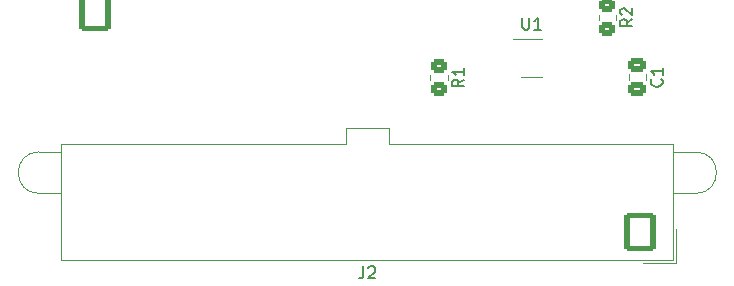
<source format=gto>
%TF.GenerationSoftware,KiCad,Pcbnew,7.0.11*%
%TF.CreationDate,2024-08-14T14:47:57+09:00*%
%TF.ProjectId,mac_psu_atx_adapter,6d61635f-7073-4755-9f61-74785f616461,rev?*%
%TF.SameCoordinates,Original*%
%TF.FileFunction,Legend,Top*%
%TF.FilePolarity,Positive*%
%FSLAX46Y46*%
G04 Gerber Fmt 4.6, Leading zero omitted, Abs format (unit mm)*
G04 Created by KiCad (PCBNEW 7.0.11) date 2024-08-14 14:47:57*
%MOMM*%
%LPD*%
G01*
G04 APERTURE LIST*
G04 Aperture macros list*
%AMRoundRect*
0 Rectangle with rounded corners*
0 $1 Rounding radius*
0 $2 $3 $4 $5 $6 $7 $8 $9 X,Y pos of 4 corners*
0 Add a 4 corners polygon primitive as box body*
4,1,4,$2,$3,$4,$5,$6,$7,$8,$9,$2,$3,0*
0 Add four circle primitives for the rounded corners*
1,1,$1+$1,$2,$3*
1,1,$1+$1,$4,$5*
1,1,$1+$1,$6,$7*
1,1,$1+$1,$8,$9*
0 Add four rect primitives between the rounded corners*
20,1,$1+$1,$2,$3,$4,$5,0*
20,1,$1+$1,$4,$5,$6,$7,0*
20,1,$1+$1,$6,$7,$8,$9,0*
20,1,$1+$1,$8,$9,$2,$3,0*%
G04 Aperture macros list end*
%ADD10C,0.150000*%
%ADD11C,0.120000*%
%ADD12RoundRect,0.250000X-0.475000X0.337500X-0.475000X-0.337500X0.475000X-0.337500X0.475000X0.337500X0*%
%ADD13C,3.000000*%
%ADD14RoundRect,0.250001X1.099999X1.399999X-1.099999X1.399999X-1.099999X-1.399999X1.099999X-1.399999X0*%
%ADD15O,2.700000X3.300000*%
%ADD16RoundRect,0.250000X-0.450000X0.350000X-0.450000X-0.350000X0.450000X-0.350000X0.450000X0.350000X0*%
%ADD17R,1.560000X0.650000*%
G04 APERTURE END LIST*
D10*
X167139580Y-94146666D02*
X167187200Y-94194285D01*
X167187200Y-94194285D02*
X167234819Y-94337142D01*
X167234819Y-94337142D02*
X167234819Y-94432380D01*
X167234819Y-94432380D02*
X167187200Y-94575237D01*
X167187200Y-94575237D02*
X167091961Y-94670475D01*
X167091961Y-94670475D02*
X166996723Y-94718094D01*
X166996723Y-94718094D02*
X166806247Y-94765713D01*
X166806247Y-94765713D02*
X166663390Y-94765713D01*
X166663390Y-94765713D02*
X166472914Y-94718094D01*
X166472914Y-94718094D02*
X166377676Y-94670475D01*
X166377676Y-94670475D02*
X166282438Y-94575237D01*
X166282438Y-94575237D02*
X166234819Y-94432380D01*
X166234819Y-94432380D02*
X166234819Y-94337142D01*
X166234819Y-94337142D02*
X166282438Y-94194285D01*
X166282438Y-94194285D02*
X166330057Y-94146666D01*
X167234819Y-93194285D02*
X167234819Y-93765713D01*
X167234819Y-93479999D02*
X166234819Y-93479999D01*
X166234819Y-93479999D02*
X166377676Y-93575237D01*
X166377676Y-93575237D02*
X166472914Y-93670475D01*
X166472914Y-93670475D02*
X166520533Y-93765713D01*
X141906666Y-110004819D02*
X141906666Y-110719104D01*
X141906666Y-110719104D02*
X141859047Y-110861961D01*
X141859047Y-110861961D02*
X141763809Y-110957200D01*
X141763809Y-110957200D02*
X141620952Y-111004819D01*
X141620952Y-111004819D02*
X141525714Y-111004819D01*
X142335238Y-110100057D02*
X142382857Y-110052438D01*
X142382857Y-110052438D02*
X142478095Y-110004819D01*
X142478095Y-110004819D02*
X142716190Y-110004819D01*
X142716190Y-110004819D02*
X142811428Y-110052438D01*
X142811428Y-110052438D02*
X142859047Y-110100057D01*
X142859047Y-110100057D02*
X142906666Y-110195295D01*
X142906666Y-110195295D02*
X142906666Y-110290533D01*
X142906666Y-110290533D02*
X142859047Y-110433390D01*
X142859047Y-110433390D02*
X142287619Y-111004819D01*
X142287619Y-111004819D02*
X142906666Y-111004819D01*
X150424819Y-94176666D02*
X149948628Y-94509999D01*
X150424819Y-94748094D02*
X149424819Y-94748094D01*
X149424819Y-94748094D02*
X149424819Y-94367142D01*
X149424819Y-94367142D02*
X149472438Y-94271904D01*
X149472438Y-94271904D02*
X149520057Y-94224285D01*
X149520057Y-94224285D02*
X149615295Y-94176666D01*
X149615295Y-94176666D02*
X149758152Y-94176666D01*
X149758152Y-94176666D02*
X149853390Y-94224285D01*
X149853390Y-94224285D02*
X149901009Y-94271904D01*
X149901009Y-94271904D02*
X149948628Y-94367142D01*
X149948628Y-94367142D02*
X149948628Y-94748094D01*
X150424819Y-93224285D02*
X150424819Y-93795713D01*
X150424819Y-93509999D02*
X149424819Y-93509999D01*
X149424819Y-93509999D02*
X149567676Y-93605237D01*
X149567676Y-93605237D02*
X149662914Y-93700475D01*
X149662914Y-93700475D02*
X149710533Y-93795713D01*
X164664819Y-89066666D02*
X164188628Y-89399999D01*
X164664819Y-89638094D02*
X163664819Y-89638094D01*
X163664819Y-89638094D02*
X163664819Y-89257142D01*
X163664819Y-89257142D02*
X163712438Y-89161904D01*
X163712438Y-89161904D02*
X163760057Y-89114285D01*
X163760057Y-89114285D02*
X163855295Y-89066666D01*
X163855295Y-89066666D02*
X163998152Y-89066666D01*
X163998152Y-89066666D02*
X164093390Y-89114285D01*
X164093390Y-89114285D02*
X164141009Y-89161904D01*
X164141009Y-89161904D02*
X164188628Y-89257142D01*
X164188628Y-89257142D02*
X164188628Y-89638094D01*
X163760057Y-88685713D02*
X163712438Y-88638094D01*
X163712438Y-88638094D02*
X163664819Y-88542856D01*
X163664819Y-88542856D02*
X163664819Y-88304761D01*
X163664819Y-88304761D02*
X163712438Y-88209523D01*
X163712438Y-88209523D02*
X163760057Y-88161904D01*
X163760057Y-88161904D02*
X163855295Y-88114285D01*
X163855295Y-88114285D02*
X163950533Y-88114285D01*
X163950533Y-88114285D02*
X164093390Y-88161904D01*
X164093390Y-88161904D02*
X164664819Y-88733332D01*
X164664819Y-88733332D02*
X164664819Y-88114285D01*
X155368095Y-88944819D02*
X155368095Y-89754342D01*
X155368095Y-89754342D02*
X155415714Y-89849580D01*
X155415714Y-89849580D02*
X155463333Y-89897200D01*
X155463333Y-89897200D02*
X155558571Y-89944819D01*
X155558571Y-89944819D02*
X155749047Y-89944819D01*
X155749047Y-89944819D02*
X155844285Y-89897200D01*
X155844285Y-89897200D02*
X155891904Y-89849580D01*
X155891904Y-89849580D02*
X155939523Y-89754342D01*
X155939523Y-89754342D02*
X155939523Y-88944819D01*
X156939523Y-89944819D02*
X156368095Y-89944819D01*
X156653809Y-89944819D02*
X156653809Y-88944819D01*
X156653809Y-88944819D02*
X156558571Y-89087676D01*
X156558571Y-89087676D02*
X156463333Y-89182914D01*
X156463333Y-89182914D02*
X156368095Y-89230533D01*
D11*
%TO.C,C1*%
X165835000Y-93718748D02*
X165835000Y-94241252D01*
X164365000Y-93718748D02*
X164365000Y-94241252D01*
%TO.C,J2*%
X170040000Y-103820000D02*
X168150000Y-103820000D01*
X170040000Y-100300000D02*
X168150000Y-100300000D01*
X168390000Y-109700000D02*
X168390000Y-106850000D01*
X168150000Y-109460000D02*
X168150000Y-99640000D01*
X168150000Y-99640000D02*
X144050000Y-99640000D01*
X165540000Y-109700000D02*
X168390000Y-109700000D01*
X144050000Y-99640000D02*
X144050000Y-98240000D01*
X144050000Y-98240000D02*
X142240000Y-98240000D01*
X142240000Y-109460000D02*
X168150000Y-109460000D01*
X142240000Y-109460000D02*
X116330000Y-109460000D01*
X140430000Y-99640000D02*
X140430000Y-98240000D01*
X140430000Y-98240000D02*
X142240000Y-98240000D01*
X116330000Y-109460000D02*
X116330000Y-99640000D01*
X116330000Y-99640000D02*
X140430000Y-99640000D01*
X114440000Y-103820000D02*
X116330000Y-103820000D01*
X114440000Y-100300000D02*
X116330000Y-100300000D01*
X170040000Y-103820000D02*
G75*
G03*
X170040000Y-100300000I0J1760000D01*
G01*
X114440000Y-100300000D02*
G75*
G03*
X114440000Y-103820000I0J-1760000D01*
G01*
%TO.C,R1*%
X149055000Y-93782936D02*
X149055000Y-94237064D01*
X147585000Y-93782936D02*
X147585000Y-94237064D01*
%TO.C,R2*%
X163295000Y-88672936D02*
X163295000Y-89127064D01*
X161825000Y-88672936D02*
X161825000Y-89127064D01*
%TO.C,U1*%
X155230000Y-94000000D02*
X157030000Y-94000000D01*
X157030000Y-90780000D02*
X154580000Y-90780000D01*
%TD*%
%LPC*%
D12*
%TO.C,C1*%
X165100000Y-92942500D03*
X165100000Y-95017500D03*
%TD*%
D13*
%TO.C,J2*%
X170040000Y-102060000D03*
X114440000Y-102060000D03*
D14*
X165340000Y-107100000D03*
D15*
X161140000Y-107100000D03*
X156940000Y-107100000D03*
X152740000Y-107100000D03*
X148540000Y-107100000D03*
X144340000Y-107100000D03*
X140140000Y-107100000D03*
X135940000Y-107100000D03*
X131740000Y-107100000D03*
X127540000Y-107100000D03*
X123340000Y-107100000D03*
X119140000Y-107100000D03*
X165340000Y-101600000D03*
X161140000Y-101600000D03*
X156940000Y-101600000D03*
X152740000Y-101600000D03*
X148540000Y-101600000D03*
X144340000Y-101600000D03*
X140140000Y-101600000D03*
X135940000Y-101600000D03*
X131740000Y-101600000D03*
X127540000Y-101600000D03*
X123340000Y-101600000D03*
X119140000Y-101600000D03*
%TD*%
D16*
%TO.C,R1*%
X148320000Y-93010000D03*
X148320000Y-95010000D03*
%TD*%
%TO.C,R2*%
X162560000Y-87900000D03*
X162560000Y-89900000D03*
%TD*%
D17*
%TO.C,U1*%
X154780000Y-91440000D03*
X154780000Y-92390000D03*
X154780000Y-93340000D03*
X157480000Y-93340000D03*
X157480000Y-91440000D03*
%TD*%
D13*
%TO.C,J1*%
X140640000Y-93520000D03*
X114440000Y-93520000D03*
D14*
X119140000Y-88480000D03*
D15*
X123340000Y-88480000D03*
X127540000Y-88480000D03*
X131740000Y-88480000D03*
X135940000Y-88480000D03*
X119140000Y-93980000D03*
X123340000Y-93980000D03*
X127540000Y-93980000D03*
X131740000Y-93980000D03*
X135940000Y-93980000D03*
%TD*%
%LPD*%
M02*

</source>
